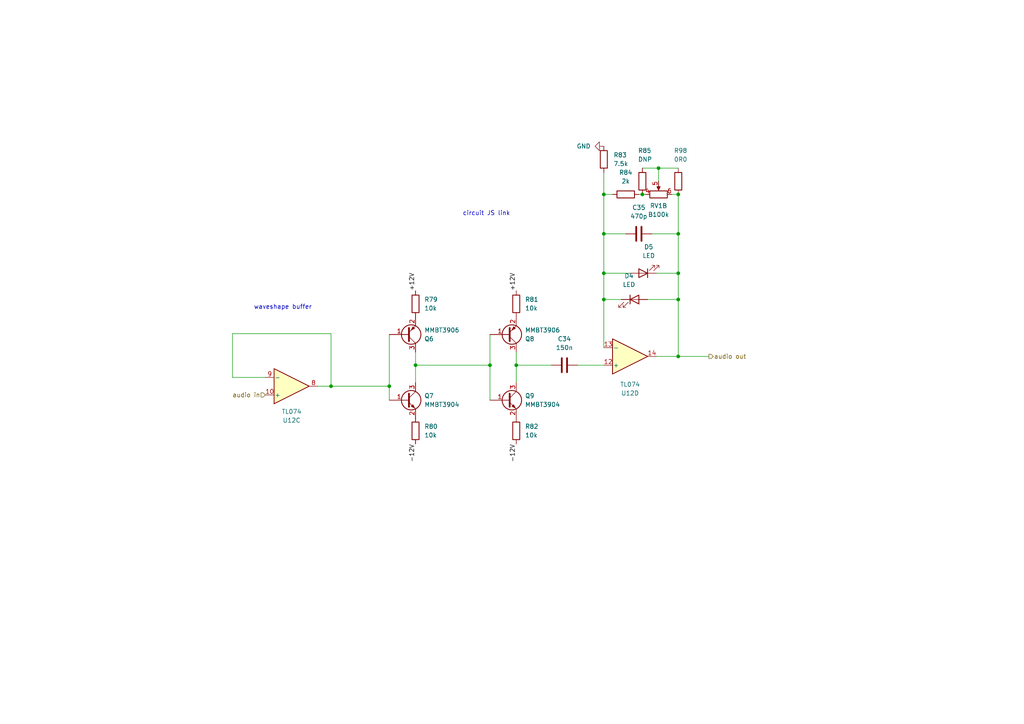
<source format=kicad_sch>
(kicad_sch (version 20250114) (generator "eeschema") (generator_version "9.0")
  (paper "A4")
  (lib_symbols
    (symbol "Amplifier_Operational:TL074" (pin_names (offset 0.127))
      (property "Reference" "U" (at 0 5.08 0))
      (property "Value" "TL074" (at 0 -5.08 0))
      (symbol "TL074_1_1"
        (polyline (pts (xy -5.08 5.08) (xy 5.08 0) (xy -5.08 -5.08) (xy -5.08 5.08)) (stroke (width 0.254)) (fill (type background)))
        (pin input line (at -7.62 2.54 0) (length 2.54) (name "+") (number "3"))
        (pin input line (at -7.62 -2.54 0) (length 2.54) (name "-") (number "2"))
        (pin output line (at 7.62 0 180) (length 2.54) (name "~") (number "1"))
      )
      (symbol "TL074_2_1"
        (polyline (pts (xy -5.08 5.08) (xy 5.08 0) (xy -5.08 -5.08) (xy -5.08 5.08)) (stroke (width 0.254)) (fill (type background)))
        (pin input line (at -7.62 2.54 0) (length 2.54) (name "+") (number "5"))
        (pin input line (at -7.62 -2.54 0) (length 2.54) (name "-") (number "6"))
        (pin output line (at 7.62 0 180) (length 2.54) (name "~") (number "7"))
      )
      (symbol "TL074_3_1"
        (polyline (pts (xy -5.08 5.08) (xy 5.08 0) (xy -5.08 -5.08) (xy -5.08 5.08)) (stroke (width 0.254)) (fill (type background)))
        (pin input line (at -7.62 2.54 0) (length 2.54) (name "+") (number "10"))
        (pin input line (at -7.62 -2.54 0) (length 2.54) (name "-") (number "9"))
        (pin output line (at 7.62 0 180) (length 2.54) (name "~") (number "8"))
      )
      (symbol "TL074_4_1"
        (polyline (pts (xy -5.08 5.08) (xy 5.08 0) (xy -5.08 -5.08) (xy -5.08 5.08)) (stroke (width 0.254)) (fill (type background)))
        (pin input line (at -7.62 2.54 0) (length 2.54) (name "+") (number "12"))
        (pin input line (at -7.62 -2.54 0) (length 2.54) (name "-") (number "13"))
        (pin output line (at 7.62 0 180) (length 2.54) (name "~") (number "14"))
      )
      (symbol "TL074_5_1"
        (pin power_in line (at -2.54 7.62 270) (length 3.81) (name "V+") (number "4"))
        (pin power_in line (at -2.54 -7.62 90) (length 3.81) (name "V-") (number "11"))
      )
    )
    (symbol "Device:C" (pin_numbers (hide yes)) (pin_names (offset 0.254))
      (property "Reference" "C" (at 0.635 2.54 0))
      (property "Value" "C" (at 0.635 -2.54 0))
      (symbol "C_0_1"
        (polyline (pts (xy -2.032 0.762) (xy 2.032 0.762)) (stroke (width 0.508)))
        (polyline (pts (xy -2.032 -0.762) (xy 2.032 -0.762)) (stroke (width 0.508)))
      )
      (symbol "C_1_1"
        (pin passive line (at 0 3.81 270) (length 2.794) (name "~") (number "1"))
        (pin passive line (at 0 -3.81 90) (length 2.794) (name "~") (number "2"))
      )
    )
    (symbol "Device:LED" (pin_numbers (hide yes)) (pin_names (offset 1.016) (hide yes))
      (property "Reference" "D" (at 0 2.54 0))
      (property "Value" "LED" (at 0 -2.54 0))
      (symbol "LED_0_1"
        (polyline (pts (xy -3.048 -0.762) (xy -4.572 -2.286) (xy -3.81 -2.286) (xy -4.572 -2.286) (xy -4.572 -1.524)))
        (polyline (pts (xy -1.778 -0.762) (xy -3.302 -2.286) (xy -2.54 -2.286) (xy -3.302 -2.286) (xy -3.302 -1.524)))
        (polyline (pts (xy -1.27 0) (xy 1.27 0)))
        (polyline (pts (xy -1.27 -1.27) (xy -1.27 1.27)) (stroke (width 0.254)))
        (polyline (pts (xy 1.27 -1.27) (xy 1.27 1.27) (xy -1.27 0) (xy 1.27 -1.27)) (stroke (width 0.254)))
      )
      (symbol "LED_1_1"
        (pin passive line (at -3.81 0 0) (length 2.54) (name "K") (number "1"))
        (pin passive line (at 3.81 0 180) (length 2.54) (name "A") (number "2"))
      )
    )
    (symbol "Device:R" (pin_numbers (hide yes)) (pin_names (offset 0))
      (property "Reference" "R" (at 2.032 0 90))
      (property "Value" "R" (at 0 0 90))
      (symbol "R_0_1"
        (rectangle (start -1.016 -2.54) (end 1.016 2.54) (stroke (width 0.254)))
      )
      (symbol "R_1_1"
        (pin passive line (at 0 3.81 270) (length 1.27) (name "~") (number "1"))
        (pin passive line (at 0 -3.81 90) (length 1.27) (name "~") (number "2"))
      )
    )
    (symbol "Device:R_Potentiometer_Dual_Separate" (pin_names (offset 1.016) (hide yes))
      (property "Reference" "RV" (at -4.445 0 90))
      (property "Value" "R_Potentiometer_Dual_Separate" (at -2.54 0 90))
      (symbol "R_Potentiometer_Dual_Separate_0_1"
        (rectangle (start 1.016 2.54) (end -1.016 -2.54) (stroke (width 0.254)))
        (polyline (pts (xy 1.143 0) (xy 2.286 0.508) (xy 2.286 -0.508) (xy 1.143 0)) (fill (type outline)))
        (polyline (pts (xy 2.54 0) (xy 1.524 0)))
      )
      (symbol "R_Potentiometer_Dual_Separate_1_1"
        (pin passive line (at 0 3.81 270) (length 1.27) (name "1") (number "1"))
        (pin passive line (at 0 -3.81 90) (length 1.27) (name "3") (number "3"))
        (pin passive line (at 3.81 0 180) (length 1.27) (name "2") (number "2"))
      )
      (symbol "R_Potentiometer_Dual_Separate_2_1"
        (pin passive line (at 0 3.81 270) (length 1.27) (name "4") (number "4"))
        (pin passive line (at 0 -3.81 90) (length 1.27) (name "6") (number "6"))
        (pin passive line (at 3.81 0 180) (length 1.27) (name "5") (number "5"))
      )
    )
    (symbol "Transistor_BJT:MMBT3904" (pin_names (offset 0) (hide yes))
      (property "Reference" "Q" (at 5.08 1.905 0))
      (property "Value" "MMBT3904" (at 5.08 0 0))
      (symbol "MMBT3904_0_1"
        (polyline (pts (xy 0.635 1.905) (xy 0.635 -1.905) (xy 0.635 -1.905)) (stroke (width 0.508)))
        (polyline (pts (xy 0.635 0.635) (xy 2.54 2.54)))
        (polyline (pts (xy 0.635 -0.635) (xy 2.54 -2.54) (xy 2.54 -2.54)))
        (circle (center 1.27 0) (radius 2.8194) (stroke (width 0.254)))
        (polyline (pts (xy 1.27 -1.778) (xy 1.778 -1.27) (xy 2.286 -2.286) (xy 1.27 -1.778) (xy 1.27 -1.778)) (fill (type outline)))
      )
      (symbol "MMBT3904_1_1"
        (pin input line (at -5.08 0 0) (length 5.715) (name "B") (number "1"))
        (pin passive line (at 2.54 5.08 270) (length 2.54) (name "C") (number "3"))
        (pin passive line (at 2.54 -5.08 90) (length 2.54) (name "E") (number "2"))
      )
    )
    (symbol "Transistor_BJT:MMBT3906" (pin_names (offset 0) (hide yes))
      (property "Reference" "Q" (at 5.08 1.905 0))
      (property "Value" "MMBT3906" (at 5.08 0 0))
      (symbol "MMBT3906_0_1"
        (polyline (pts (xy 0.635 1.905) (xy 0.635 -1.905) (xy 0.635 -1.905)) (stroke (width 0.508)))
        (polyline (pts (xy 0.635 0.635) (xy 2.54 2.54)))
        (polyline (pts (xy 0.635 -0.635) (xy 2.54 -2.54) (xy 2.54 -2.54)))
        (circle (center 1.27 0) (radius 2.8194) (stroke (width 0.254)))
        (polyline (pts (xy 2.286 -1.778) (xy 1.778 -2.286) (xy 1.27 -1.27) (xy 2.286 -1.778) (xy 2.286 -1.778)) (fill (type outline)))
      )
      (symbol "MMBT3906_1_1"
        (pin input line (at -5.08 0 0) (length 5.715) (name "B") (number "1"))
        (pin passive line (at 2.54 5.08 270) (length 2.54) (name "C") (number "3"))
        (pin passive line (at 2.54 -5.08 90) (length 2.54) (name "E") (number "2"))
      )
    )
    (symbol "power:GND" (power) (pin_numbers (hide yes)) (pin_names (offset 0) (hide yes))
      (property "Value" "GND" (at 0 -3.81 0))
      (symbol "GND_0_1"
        (polyline (pts (xy 0 0) (xy 0 -1.27) (xy 1.27 -1.27) (xy 0 -2.54) (xy -1.27 -1.27) (xy 0 -1.27)))
      )
      (symbol "GND_1_1"
        (pin power_in line (at 0 0 270) (length 0) (name "~") (number "1"))
      )
    )
  )
  (text "waveshape buffer" (at 82.042 89.154 0) (effects (font (size 1.27 1.27))))
  (text "circuit JS link" (at 141.097 61.976 0) (effects (font (size 1.27 1.27))))
  (junction (at 175.133 79.248))
  (junction (at 191.008 48.768))
  (junction (at 175.133 67.818))
  (junction (at 175.133 86.868))
  (junction (at 175.133 56.388))
  (junction (at 186.309 56.388))
  (junction (at 196.723 67.818))
  (junction (at 196.723 79.248))
  (junction (at 149.733 105.918))
  (junction (at 120.523 105.918))
  (junction (at 196.723 103.378))
  (junction (at 196.723 86.868))
  (junction (at 112.903 112.014))
  (junction (at 142.113 105.918))
  (junction (at 196.723 56.388))
  (junction (at 96.012 112.014))
  (wire (pts (xy 120.523 105.918) (xy 142.113 105.918)))
  (wire (pts (xy 142.113 105.918) (xy 142.113 97.028)))
  (wire (pts (xy 149.733 105.918) (xy 149.733 110.998)))
  (wire (pts (xy 185.293 56.388) (xy 186.309 56.388)))
  (wire (pts (xy 187.833 86.868) (xy 196.723 86.868)))
  (wire (pts (xy 175.133 50.038) (xy 175.133 56.388)))
  (wire (pts (xy 120.523 105.918) (xy 120.523 110.998)))
  (wire (pts (xy 191.008 48.768) (xy 191.008 52.578)))
  (wire (pts (xy 175.133 79.248) (xy 175.133 86.868)))
  (wire (pts (xy 67.437 109.474) (xy 76.962 109.474)))
  (wire (pts (xy 175.133 86.868) (xy 175.133 100.838)))
  (wire (pts (xy 96.012 112.014) (xy 112.903 112.014)))
  (wire (pts (xy 175.133 56.388) (xy 177.673 56.388)))
  (wire (pts (xy 186.309 48.768) (xy 191.008 48.768)))
  (wire (pts (xy 190.373 79.248) (xy 196.723 79.248)))
  (wire (pts (xy 96.012 96.774) (xy 96.012 112.014)))
  (wire (pts (xy 167.513 105.918) (xy 175.133 105.918)))
  (wire (pts (xy 190.373 103.378) (xy 196.723 103.378)))
  (wire (pts (xy 191.008 48.768) (xy 196.723 48.768)))
  (wire (pts (xy 186.309 56.388) (xy 187.198 56.388)))
  (wire (pts (xy 149.733 102.108) (xy 149.733 105.918)))
  (wire (pts (xy 175.133 67.818) (xy 175.133 56.388)))
  (wire (pts (xy 92.202 112.014) (xy 96.012 112.014)))
  (wire (pts (xy 196.723 103.378) (xy 205.613 103.378)))
  (wire (pts (xy 175.133 67.818) (xy 175.133 79.248)))
  (wire (pts (xy 112.903 112.014) (xy 112.903 116.078)))
  (wire (pts (xy 96.012 96.774) (xy 67.437 96.774)))
  (wire (pts (xy 196.723 79.248) (xy 196.723 86.868)))
  (wire (pts (xy 112.903 97.028) (xy 112.903 112.014)))
  (wire (pts (xy 149.733 105.918) (xy 159.893 105.918)))
  (wire (pts (xy 175.133 79.248) (xy 182.753 79.248)))
  (wire (pts (xy 67.437 96.774) (xy 67.437 109.474)))
  (wire (pts (xy 120.523 102.108) (xy 120.523 105.918)))
  (wire (pts (xy 194.818 56.388) (xy 196.723 56.388)))
  (wire (pts (xy 175.133 67.818) (xy 181.483 67.818)))
  (wire (pts (xy 196.723 86.868) (xy 196.723 103.378)))
  (wire (pts (xy 180.213 86.868) (xy 175.133 86.868)))
  (wire (pts (xy 196.723 56.388) (xy 196.723 67.818)))
  (wire (pts (xy 189.103 67.818) (xy 196.723 67.818)))
  (wire (pts (xy 142.113 105.918) (xy 142.113 116.078)))
  (wire (pts (xy 196.723 67.818) (xy 196.723 79.248)))
  (label "-12V" (at 120.523 128.778 270))
  (label "-12V" (at 149.733 128.778 270))
  (label "+12V" (at 120.523 84.328 90))
  (label "+12V" (at 149.733 84.328 90))
  (hierarchical_label "audio in" (shape input) (at 76.962 114.554 180))
  (hierarchical_label "audio out" (shape output) (at 205.613 103.378 0))
  (symbol (lib_id "Device:R") (at 186.309 52.578 0) (unit 1)
    (property "Reference" "R78" (at 185.039 43.688 0) (effects (justify left)))
    (property "Value" "DNP" (at 185.039 46.228 0) (effects (justify left)))
    (property "Footprint" "Resistor_SMD:R_0603_1608Metric" (effects (hide yes)))
    (property "Description" "Resistor" (effects (hide yes)))
    (instances (project "myriad_0.4" (path "" (reference "R85") (unit 1)) (path "" (reference "R78") (unit 1))))
  )
  (symbol (lib_id "Transistor_BJT:MMBT3904") (at 147.193 116.078 0) (unit 1)
    (property "Reference" "Q5" (at 152.273 114.8079 0) (effects (justify left)))
    (property "Value" "MMBT3904" (at 152.273 117.3479 0) (effects (justify left)))
    (property "Footprint" "Package_TO_SOT_SMD:SOT-23" (effects (hide yes)))
    (property "Datasheet" "https://www.onsemi.com/pdf/datasheet/pzt3904-d.pdf" (effects (hide yes)))
    (property "Description" "0.2A Ic, 40V Vce, Small Signal NPN Transistor, SOT-23" (effects (hide yes)))
    (instances (project "myriad_0.4" (path "" (reference "Q9") (unit 1)) (path "" (reference "Q5") (unit 1))))
  )
  (symbol (lib_id "Transistor_BJT:MMBT3906") (at 147.193 97.028 0) (mirror x) (unit 1)
    (property "Reference" "Q4" (at 152.273 98.2981 0) (effects (justify left)))
    (property "Value" "MMBT3906" (at 152.273 95.7581 0) (effects (justify left)))
    (property "Footprint" "Package_TO_SOT_SMD:SOT-23" (effects (hide yes)))
    (property "Datasheet" "https://www.onsemi.com/pdf/datasheet/pzt3906-d.pdf" (effects (hide yes)))
    (property "Description" "-0.2A Ic, -40V Vce, Small Signal PNP Transistor, SOT-23" (effects (hide yes)))
    (instances (project "myriad_0.4" (path "" (reference "Q8") (unit 1)) (path "" (reference "Q4") (unit 1))))
  )
  (symbol (lib_id "Device:C") (at 185.293 67.818 270) (unit 1)
    (property "Reference" "C33" (at 185.293 60.198 90))
    (property "Value" "470p" (at 185.293 62.738 90))
    (property "Footprint" "Capacitor_SMD:C_0603_1608Metric" (effects (hide yes)))
    (property "Description" "Unpolarized capacitor" (effects (hide yes)))
    (instances (project "myriad_0.4" (path "" (reference "C35") (unit 1)) (path "" (reference "C33") (unit 1))))
  )
  (symbol (lib_id "Device:R") (at 149.733 88.138 0) (unit 1)
    (property "Reference" "R74" (at 152.273 86.8679 0) (effects (justify left)))
    (property "Value" "10k" (at 152.273 89.4079 0) (effects (justify left)))
    (property "Footprint" "Resistor_SMD:R_0603_1608Metric" (effects (hide yes)))
    (property "Description" "Resistor" (effects (hide yes)))
    (instances (project "myriad_0.4" (path "" (reference "R81") (unit 1)) (path "" (reference "R74") (unit 1))))
  )
  (symbol (lib_id "Device:LED") (at 186.563 79.248 180) (unit 1)
    (property "Reference" "D3" (at 188.1505 71.628 0))
    (property "Value" "LED" (at 188.1505 74.168 0))
    (property "Footprint" "emutelab:LED_D3.0mm_Clear_Annotated" (effects (hide yes)))
    (property "Description" "Light emitting diode" (effects (hide yes)))
    (instances (project "myriad_0.4" (path "" (reference "D5") (unit 1)) (path "" (reference "D3") (unit 1))))
  )
  (symbol (lib_id "Device:C") (at 163.703 105.918 90) (unit 1)
    (property "Reference" "C32" (at 163.703 98.298 90))
    (property "Value" "150n" (at 163.703 100.838 90))
    (property "Footprint" "Capacitor_THT:C_Rect_L7.0mm_W4.5mm_P5.00mm" (effects (hide yes)))
    (property "Description" "Unpolarized capacitor" (effects (hide yes)))
    (instances (project "myriad_0.4" (path "" (reference "C34") (unit 1)) (path "" (reference "C32") (unit 1))))
  )
  (symbol (lib_id "Transistor_BJT:MMBT3904") (at 117.983 116.078 0) (unit 1)
    (property "Reference" "Q3" (at 123.063 114.8079 0) (effects (justify left)))
    (property "Value" "MMBT3904" (at 123.063 117.3479 0) (effects (justify left)))
    (property "Footprint" "Package_TO_SOT_SMD:SOT-23" (effects (hide yes)))
    (property "Datasheet" "https://www.onsemi.com/pdf/datasheet/pzt3904-d.pdf" (effects (hide yes)))
    (property "Description" "0.2A Ic, 40V Vce, Small Signal NPN Transistor, SOT-23" (effects (hide yes)))
    (instances (project "myriad_0.4" (path "" (reference "Q7") (unit 1)) (path "" (reference "Q3") (unit 1))))
  )
  (symbol (lib_id "Device:LED") (at 184.023 86.868 0) (unit 1)
    (property "Reference" "D2" (at 182.4355 80.01 0))
    (property "Value" "LED" (at 182.4355 82.55 0))
    (property "Footprint" "emutelab:LED_D3.0mm_Clear_Annotated" (effects (hide yes)))
    (property "Description" "Light emitting diode" (effects (hide yes)))
    (instances (project "myriad_0.4" (path "" (reference "D4") (unit 1)) (path "" (reference "D2") (unit 1))))
  )
  (symbol (lib_id "Device:R") (at 175.133 46.228 0) (unit 1)
    (property "Reference" "R76" (at 177.927 44.9579 0) (effects (justify left)))
    (property "Value" "7.5k" (at 177.927 47.4979 0) (effects (justify left)))
    (property "Footprint" "Resistor_SMD:R_0603_1608Metric" (effects (hide yes)))
    (property "Description" "Resistor" (effects (hide yes)))
    (instances (project "myriad_0.4" (path "" (reference "R83") (unit 1)) (path "" (reference "R76") (unit 1))))
  )
  (symbol (lib_id "Device:R") (at 120.523 124.968 0) (unit 1)
    (property "Reference" "R73" (at 123.063 123.6979 0) (effects (justify left)))
    (property "Value" "10k" (at 123.063 126.2379 0) (effects (justify left)))
    (property "Footprint" "Resistor_SMD:R_0603_1608Metric" (effects (hide yes)))
    (property "Description" "Resistor" (effects (hide yes)))
    (instances (project "myriad_0.4" (path "" (reference "R80") (unit 1)) (path "" (reference "R73") (unit 1))))
  )
  (symbol (lib_id "Device:R_Potentiometer_Dual_Separate") (at 191.008 56.388 90) (unit 1)
    (property "Reference" "RV1" (at 191.008 59.69 90))
    (property "Value" "B100k" (at 191.008 62.23 90))
    (property "Footprint" "Potentiometer_THT:Potentiometer_Alpha_RD902F-40-00D_Dual_Vertical_CircularHoles" (effects (hide yes)))
    (property "Description" "Dual potentiometer, separate units" (effects (hide yes)))
    (instances (project "myriad_0.4" (path "" (reference "RV1") (unit 2)) (path "" (reference "RV1") (unit 1))))
  )
  (symbol (lib_id "Device:R") (at 181.483 56.388 90) (unit 1)
    (property "Reference" "R77" (at 181.483 50.038 90))
    (property "Value" "2k" (at 181.483 52.578 90))
    (property "Footprint" "Resistor_SMD:R_0603_1608Metric" (effects (hide yes)))
    (property "Description" "Resistor" (effects (hide yes)))
    (instances (project "myriad_0.4" (path "" (reference "R84") (unit 1)) (path "" (reference "R77") (unit 1))))
  )
  (symbol (lib_id "power:GND") (at 175.133 42.418 270) (unit 1)
    (property "Reference" "#PWR095" (effects (hide yes)))
    (property "Value" "GND" (at 171.323 42.4179 90) (effects (justify right)))
    (property "Description" "Power symbol creates a global label with name \"GND\" , ground" (effects (hide yes)))
    (instances (project "myriad_0.4" (path "" (reference "#PWR096") (unit 1)) (path "" (reference "#PWR095") (unit 1))))
  )
  (symbol (lib_id "Transistor_BJT:MMBT3906") (at 117.983 97.028 0) (mirror x) (unit 1)
    (property "Reference" "Q2" (at 123.063 98.2981 0) (effects (justify left)))
    (property "Value" "MMBT3906" (at 123.063 95.7581 0) (effects (justify left)))
    (property "Footprint" "Package_TO_SOT_SMD:SOT-23" (effects (hide yes)))
    (property "Datasheet" "https://www.onsemi.com/pdf/datasheet/pzt3906-d.pdf" (effects (hide yes)))
    (property "Description" "-0.2A Ic, -40V Vce, Small Signal PNP Transistor, SOT-23" (effects (hide yes)))
    (instances (project "myriad_0.4" (path "" (reference "Q6") (unit 1)) (path "" (reference "Q2") (unit 1))))
  )
  (symbol (lib_id "Device:R") (at 149.733 124.968 0) (unit 1)
    (property "Reference" "R75" (at 152.273 123.6979 0) (effects (justify left)))
    (property "Value" "10k" (at 152.273 126.2379 0) (effects (justify left)))
    (property "Footprint" "Resistor_SMD:R_0603_1608Metric" (effects (hide yes)))
    (property "Description" "Resistor" (effects (hide yes)))
    (instances (project "myriad_0.4" (path "" (reference "R82") (unit 1)) (path "" (reference "R75") (unit 1))))
  )
  (symbol (lib_id "Device:R") (at 196.723 52.578 0) (unit 1)
    (property "Reference" "R97" (at 195.453 43.688 0) (effects (justify left)))
    (property "Value" "0R0" (at 195.453 46.228 0) (effects (justify left)))
    (property "Footprint" "Resistor_SMD:R_0603_1608Metric" (effects (hide yes)))
    (property "Description" "Resistor" (effects (hide yes)))
    (instances (project "myriad_0.4" (path "" (reference "R98") (unit 1)) (path "" (reference "R97") (unit 1))))
  )
  (symbol (lib_id "Amplifier_Operational:TL074") (at 84.582 112.014 0) (mirror x) (unit 1)
    (property "Reference" "U12" (at 84.582 121.92 0))
    (property "Value" "TL074" (at 84.582 119.38 0))
    (property "Footprint" "Package_SO:TSSOP-14_4.4x5mm_P0.65mm" (effects (hide yes)))
    (property "Datasheet" "http://www.ti.com/lit/ds/symlink/tl071.pdf" (effects (hide yes)))
    (property "Description" "Quad Low-Noise JFET-Input Operational Amplifiers, DIP-14/SOIC-14" (effects (hide yes)))
    (instances (project "myriad_0.4" (path "" (reference "U12") (unit 3)) (path "" (reference "U12") (unit 1))))
  )
  (symbol (lib_id "Amplifier_Operational:TL074") (at 182.753 103.378 0) (mirror x) (unit 2)
    (property "Reference" "U12" (at 182.753 114.046 0))
    (property "Value" "TL074" (at 182.753 111.506 0))
    (property "Footprint" "Package_SO:TSSOP-14_4.4x5mm_P0.65mm" (effects (hide yes)))
    (property "Datasheet" "http://www.ti.com/lit/ds/symlink/tl071.pdf" (effects (hide yes)))
    (property "Description" "Quad Low-Noise JFET-Input Operational Amplifiers, DIP-14/SOIC-14" (effects (hide yes)))
    (instances (project "myriad_0.4" (path "" (reference "U12") (unit 4)) (path "" (reference "U12") (unit 2))))
  )
  (symbol (lib_id "Device:R") (at 120.523 88.138 0) (unit 1)
    (property "Reference" "R72" (at 123.063 86.8679 0) (effects (justify left)))
    (property "Value" "10k" (at 123.063 89.4079 0) (effects (justify left)))
    (property "Footprint" "Resistor_SMD:R_0603_1608Metric" (effects (hide yes)))
    (property "Description" "Resistor" (effects (hide yes)))
    (instances (project "myriad_0.4" (path "" (reference "R79") (unit 1)) (path "" (reference "R72") (unit 1))))
  )
)
</source>
